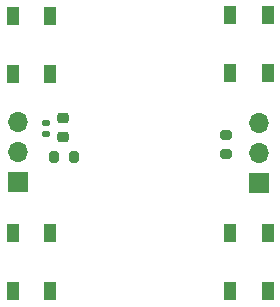
<source format=gts>
%TF.GenerationSoftware,KiCad,Pcbnew,6.0.4-6f826c9f35~116~ubuntu20.04.1*%
%TF.CreationDate,2022-04-29T19:02:11-06:00*%
%TF.ProjectId,square,73717561-7265-42e6-9b69-6361645f7063,rev?*%
%TF.SameCoordinates,Original*%
%TF.FileFunction,Soldermask,Top*%
%TF.FilePolarity,Negative*%
%FSLAX46Y46*%
G04 Gerber Fmt 4.6, Leading zero omitted, Abs format (unit mm)*
G04 Created by KiCad (PCBNEW 6.0.4-6f826c9f35~116~ubuntu20.04.1) date 2022-04-29 19:02:11*
%MOMM*%
%LPD*%
G01*
G04 APERTURE LIST*
G04 Aperture macros list*
%AMRoundRect*
0 Rectangle with rounded corners*
0 $1 Rounding radius*
0 $2 $3 $4 $5 $6 $7 $8 $9 X,Y pos of 4 corners*
0 Add a 4 corners polygon primitive as box body*
4,1,4,$2,$3,$4,$5,$6,$7,$8,$9,$2,$3,0*
0 Add four circle primitives for the rounded corners*
1,1,$1+$1,$2,$3*
1,1,$1+$1,$4,$5*
1,1,$1+$1,$6,$7*
1,1,$1+$1,$8,$9*
0 Add four rect primitives between the rounded corners*
20,1,$1+$1,$2,$3,$4,$5,0*
20,1,$1+$1,$4,$5,$6,$7,0*
20,1,$1+$1,$6,$7,$8,$9,0*
20,1,$1+$1,$8,$9,$2,$3,0*%
G04 Aperture macros list end*
%ADD10RoundRect,0.200000X-0.275000X0.200000X-0.275000X-0.200000X0.275000X-0.200000X0.275000X0.200000X0*%
%ADD11RoundRect,0.200000X-0.200000X-0.275000X0.200000X-0.275000X0.200000X0.275000X-0.200000X0.275000X0*%
%ADD12R,1.700000X1.700000*%
%ADD13O,1.700000X1.700000*%
%ADD14R,1.000000X1.500000*%
%ADD15RoundRect,0.140000X-0.170000X0.140000X-0.170000X-0.140000X0.170000X-0.140000X0.170000X0.140000X0*%
%ADD16RoundRect,0.225000X-0.250000X0.225000X-0.250000X-0.225000X0.250000X-0.225000X0.250000X0.225000X0*%
G04 APERTURE END LIST*
D10*
%TO.C,R2*%
X57500000Y-44200000D03*
X57500000Y-45850000D03*
%TD*%
D11*
%TO.C,R1*%
X42975000Y-46100000D03*
X44625000Y-46100000D03*
%TD*%
D12*
%TO.C,J2*%
X60300000Y-48325000D03*
D13*
X60300000Y-45785000D03*
X60300000Y-43245000D03*
%TD*%
D12*
%TO.C,J1*%
X39900000Y-48215000D03*
D13*
X39900000Y-45675000D03*
X39900000Y-43135000D03*
%TD*%
D14*
%TO.C,D4*%
X57820000Y-39020000D03*
X61020000Y-39020000D03*
X61020000Y-34120000D03*
X57820000Y-34120000D03*
%TD*%
%TO.C,D3*%
X57830000Y-57410000D03*
X61030000Y-57410000D03*
X61030000Y-52510000D03*
X57830000Y-52510000D03*
%TD*%
%TO.C,D2*%
X39440000Y-57430000D03*
X42640000Y-57430000D03*
X42640000Y-52530000D03*
X39440000Y-52530000D03*
%TD*%
%TO.C,D1*%
X39430000Y-39050000D03*
X42630000Y-39050000D03*
X42630000Y-34150000D03*
X39430000Y-34150000D03*
%TD*%
D15*
%TO.C,C2*%
X42300000Y-43220000D03*
X42300000Y-44180000D03*
%TD*%
D16*
%TO.C,C1*%
X43700000Y-44375000D03*
X43700000Y-42825000D03*
%TD*%
M02*

</source>
